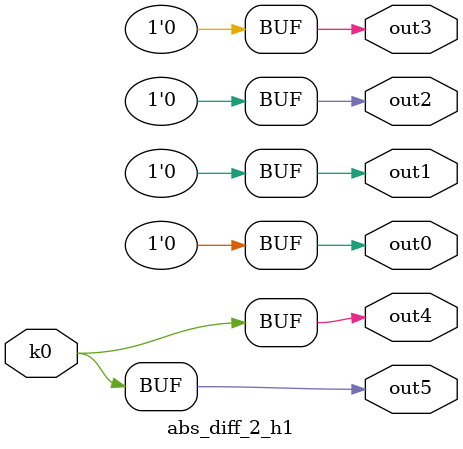
<source format=v>
module abs_diff_2(pi0, pi1, pi2, pi3, pi4, pi5, pi6, po0, po1, po2, po3, po4, po5);
input pi0, pi1, pi2, pi3, pi4, pi5, pi6;
output po0, po1, po2, po3, po4, po5;
wire k0;
abs_diff_2_w1 DUT1 (pi0, pi1, pi2, pi3, pi4, pi5, pi6, k0);
abs_diff_2_h1 DUT2 (k0, po0, po1, po2, po3, po4, po5);
endmodule

module abs_diff_2_w1(in6, in5, in4, in3, in2, in1, in0, k0);
input in6, in5, in4, in3, in2, in1, in0;
output k0;
assign k0 =   in3 ^ ~in6;
endmodule

module abs_diff_2_h1(k0, out5, out4, out3, out2, out1, out0);
input k0;
output out5, out4, out3, out2, out1, out0;
assign out0 = 0;
assign out1 = 0;
assign out2 = 0;
assign out3 = 0;
assign out4 = k0;
assign out5 = k0;
endmodule

</source>
